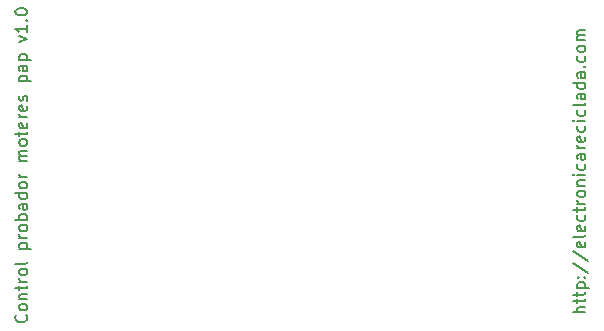
<source format=gbr>
G04 #@! TF.GenerationSoftware,KiCad,Pcbnew,(5.1.5)-3*
G04 #@! TF.CreationDate,2021-04-24T18:21:57+02:00*
G04 #@! TF.ProjectId,control-probador-motores-pap,636f6e74-726f-46c2-9d70-726f6261646f,1.0*
G04 #@! TF.SameCoordinates,Original*
G04 #@! TF.FileFunction,Other,ECO2*
%FSLAX46Y46*%
G04 Gerber Fmt 4.6, Leading zero omitted, Abs format (unit mm)*
G04 Created by KiCad (PCBNEW (5.1.5)-3) date 2021-04-24 18:21:57*
%MOMM*%
%LPD*%
G04 APERTURE LIST*
%ADD10C,0.150000*%
G04 APERTURE END LIST*
D10*
X103357142Y-98166666D02*
X103404761Y-98214285D01*
X103452380Y-98357142D01*
X103452380Y-98452380D01*
X103404761Y-98595238D01*
X103309523Y-98690476D01*
X103214285Y-98738095D01*
X103023809Y-98785714D01*
X102880952Y-98785714D01*
X102690476Y-98738095D01*
X102595238Y-98690476D01*
X102500000Y-98595238D01*
X102452380Y-98452380D01*
X102452380Y-98357142D01*
X102500000Y-98214285D01*
X102547619Y-98166666D01*
X103452380Y-97595238D02*
X103404761Y-97690476D01*
X103357142Y-97738095D01*
X103261904Y-97785714D01*
X102976190Y-97785714D01*
X102880952Y-97738095D01*
X102833333Y-97690476D01*
X102785714Y-97595238D01*
X102785714Y-97452380D01*
X102833333Y-97357142D01*
X102880952Y-97309523D01*
X102976190Y-97261904D01*
X103261904Y-97261904D01*
X103357142Y-97309523D01*
X103404761Y-97357142D01*
X103452380Y-97452380D01*
X103452380Y-97595238D01*
X102785714Y-96833333D02*
X103452380Y-96833333D01*
X102880952Y-96833333D02*
X102833333Y-96785714D01*
X102785714Y-96690476D01*
X102785714Y-96547619D01*
X102833333Y-96452380D01*
X102928571Y-96404761D01*
X103452380Y-96404761D01*
X102785714Y-96071428D02*
X102785714Y-95690476D01*
X102452380Y-95928571D02*
X103309523Y-95928571D01*
X103404761Y-95880952D01*
X103452380Y-95785714D01*
X103452380Y-95690476D01*
X103452380Y-95357142D02*
X102785714Y-95357142D01*
X102976190Y-95357142D02*
X102880952Y-95309523D01*
X102833333Y-95261904D01*
X102785714Y-95166666D01*
X102785714Y-95071428D01*
X103452380Y-94595238D02*
X103404761Y-94690476D01*
X103357142Y-94738095D01*
X103261904Y-94785714D01*
X102976190Y-94785714D01*
X102880952Y-94738095D01*
X102833333Y-94690476D01*
X102785714Y-94595238D01*
X102785714Y-94452380D01*
X102833333Y-94357142D01*
X102880952Y-94309523D01*
X102976190Y-94261904D01*
X103261904Y-94261904D01*
X103357142Y-94309523D01*
X103404761Y-94357142D01*
X103452380Y-94452380D01*
X103452380Y-94595238D01*
X103452380Y-93690476D02*
X103404761Y-93785714D01*
X103309523Y-93833333D01*
X102452380Y-93833333D01*
X102785714Y-92547619D02*
X103785714Y-92547619D01*
X102833333Y-92547619D02*
X102785714Y-92452380D01*
X102785714Y-92261904D01*
X102833333Y-92166666D01*
X102880952Y-92119047D01*
X102976190Y-92071428D01*
X103261904Y-92071428D01*
X103357142Y-92119047D01*
X103404761Y-92166666D01*
X103452380Y-92261904D01*
X103452380Y-92452380D01*
X103404761Y-92547619D01*
X103452380Y-91642857D02*
X102785714Y-91642857D01*
X102976190Y-91642857D02*
X102880952Y-91595238D01*
X102833333Y-91547619D01*
X102785714Y-91452380D01*
X102785714Y-91357142D01*
X103452380Y-90880952D02*
X103404761Y-90976190D01*
X103357142Y-91023809D01*
X103261904Y-91071428D01*
X102976190Y-91071428D01*
X102880952Y-91023809D01*
X102833333Y-90976190D01*
X102785714Y-90880952D01*
X102785714Y-90738095D01*
X102833333Y-90642857D01*
X102880952Y-90595238D01*
X102976190Y-90547619D01*
X103261904Y-90547619D01*
X103357142Y-90595238D01*
X103404761Y-90642857D01*
X103452380Y-90738095D01*
X103452380Y-90880952D01*
X103452380Y-90119047D02*
X102452380Y-90119047D01*
X102833333Y-90119047D02*
X102785714Y-90023809D01*
X102785714Y-89833333D01*
X102833333Y-89738095D01*
X102880952Y-89690476D01*
X102976190Y-89642857D01*
X103261904Y-89642857D01*
X103357142Y-89690476D01*
X103404761Y-89738095D01*
X103452380Y-89833333D01*
X103452380Y-90023809D01*
X103404761Y-90119047D01*
X103452380Y-88785714D02*
X102928571Y-88785714D01*
X102833333Y-88833333D01*
X102785714Y-88928571D01*
X102785714Y-89119047D01*
X102833333Y-89214285D01*
X103404761Y-88785714D02*
X103452380Y-88880952D01*
X103452380Y-89119047D01*
X103404761Y-89214285D01*
X103309523Y-89261904D01*
X103214285Y-89261904D01*
X103119047Y-89214285D01*
X103071428Y-89119047D01*
X103071428Y-88880952D01*
X103023809Y-88785714D01*
X103452380Y-87880952D02*
X102452380Y-87880952D01*
X103404761Y-87880952D02*
X103452380Y-87976190D01*
X103452380Y-88166666D01*
X103404761Y-88261904D01*
X103357142Y-88309523D01*
X103261904Y-88357142D01*
X102976190Y-88357142D01*
X102880952Y-88309523D01*
X102833333Y-88261904D01*
X102785714Y-88166666D01*
X102785714Y-87976190D01*
X102833333Y-87880952D01*
X103452380Y-87261904D02*
X103404761Y-87357142D01*
X103357142Y-87404761D01*
X103261904Y-87452380D01*
X102976190Y-87452380D01*
X102880952Y-87404761D01*
X102833333Y-87357142D01*
X102785714Y-87261904D01*
X102785714Y-87119047D01*
X102833333Y-87023809D01*
X102880952Y-86976190D01*
X102976190Y-86928571D01*
X103261904Y-86928571D01*
X103357142Y-86976190D01*
X103404761Y-87023809D01*
X103452380Y-87119047D01*
X103452380Y-87261904D01*
X103452380Y-86500000D02*
X102785714Y-86500000D01*
X102976190Y-86500000D02*
X102880952Y-86452380D01*
X102833333Y-86404761D01*
X102785714Y-86309523D01*
X102785714Y-86214285D01*
X103452380Y-85119047D02*
X102785714Y-85119047D01*
X102880952Y-85119047D02*
X102833333Y-85071428D01*
X102785714Y-84976190D01*
X102785714Y-84833333D01*
X102833333Y-84738095D01*
X102928571Y-84690476D01*
X103452380Y-84690476D01*
X102928571Y-84690476D02*
X102833333Y-84642857D01*
X102785714Y-84547619D01*
X102785714Y-84404761D01*
X102833333Y-84309523D01*
X102928571Y-84261904D01*
X103452380Y-84261904D01*
X103452380Y-83642857D02*
X103404761Y-83738095D01*
X103357142Y-83785714D01*
X103261904Y-83833333D01*
X102976190Y-83833333D01*
X102880952Y-83785714D01*
X102833333Y-83738095D01*
X102785714Y-83642857D01*
X102785714Y-83500000D01*
X102833333Y-83404761D01*
X102880952Y-83357142D01*
X102976190Y-83309523D01*
X103261904Y-83309523D01*
X103357142Y-83357142D01*
X103404761Y-83404761D01*
X103452380Y-83500000D01*
X103452380Y-83642857D01*
X102785714Y-83023809D02*
X102785714Y-82642857D01*
X102452380Y-82880952D02*
X103309523Y-82880952D01*
X103404761Y-82833333D01*
X103452380Y-82738095D01*
X103452380Y-82642857D01*
X103404761Y-81928571D02*
X103452380Y-82023809D01*
X103452380Y-82214285D01*
X103404761Y-82309523D01*
X103309523Y-82357142D01*
X102928571Y-82357142D01*
X102833333Y-82309523D01*
X102785714Y-82214285D01*
X102785714Y-82023809D01*
X102833333Y-81928571D01*
X102928571Y-81880952D01*
X103023809Y-81880952D01*
X103119047Y-82357142D01*
X103452380Y-81452380D02*
X102785714Y-81452380D01*
X102976190Y-81452380D02*
X102880952Y-81404761D01*
X102833333Y-81357142D01*
X102785714Y-81261904D01*
X102785714Y-81166666D01*
X103404761Y-80452380D02*
X103452380Y-80547619D01*
X103452380Y-80738095D01*
X103404761Y-80833333D01*
X103309523Y-80880952D01*
X102928571Y-80880952D01*
X102833333Y-80833333D01*
X102785714Y-80738095D01*
X102785714Y-80547619D01*
X102833333Y-80452380D01*
X102928571Y-80404761D01*
X103023809Y-80404761D01*
X103119047Y-80880952D01*
X103404761Y-80023809D02*
X103452380Y-79928571D01*
X103452380Y-79738095D01*
X103404761Y-79642857D01*
X103309523Y-79595238D01*
X103261904Y-79595238D01*
X103166666Y-79642857D01*
X103119047Y-79738095D01*
X103119047Y-79880952D01*
X103071428Y-79976190D01*
X102976190Y-80023809D01*
X102928571Y-80023809D01*
X102833333Y-79976190D01*
X102785714Y-79880952D01*
X102785714Y-79738095D01*
X102833333Y-79642857D01*
X102785714Y-78404761D02*
X103785714Y-78404761D01*
X102833333Y-78404761D02*
X102785714Y-78309523D01*
X102785714Y-78119047D01*
X102833333Y-78023809D01*
X102880952Y-77976190D01*
X102976190Y-77928571D01*
X103261904Y-77928571D01*
X103357142Y-77976190D01*
X103404761Y-78023809D01*
X103452380Y-78119047D01*
X103452380Y-78309523D01*
X103404761Y-78404761D01*
X103452380Y-77071428D02*
X102928571Y-77071428D01*
X102833333Y-77119047D01*
X102785714Y-77214285D01*
X102785714Y-77404761D01*
X102833333Y-77500000D01*
X103404761Y-77071428D02*
X103452380Y-77166666D01*
X103452380Y-77404761D01*
X103404761Y-77500000D01*
X103309523Y-77547619D01*
X103214285Y-77547619D01*
X103119047Y-77500000D01*
X103071428Y-77404761D01*
X103071428Y-77166666D01*
X103023809Y-77071428D01*
X102785714Y-76595238D02*
X103785714Y-76595238D01*
X102833333Y-76595238D02*
X102785714Y-76500000D01*
X102785714Y-76309523D01*
X102833333Y-76214285D01*
X102880952Y-76166666D01*
X102976190Y-76119047D01*
X103261904Y-76119047D01*
X103357142Y-76166666D01*
X103404761Y-76214285D01*
X103452380Y-76309523D01*
X103452380Y-76500000D01*
X103404761Y-76595238D01*
X102785714Y-75023809D02*
X103452380Y-74785714D01*
X102785714Y-74547619D01*
X103452380Y-73642857D02*
X103452380Y-74214285D01*
X103452380Y-73928571D02*
X102452380Y-73928571D01*
X102595238Y-74023809D01*
X102690476Y-74119047D01*
X102738095Y-74214285D01*
X103357142Y-73214285D02*
X103404761Y-73166666D01*
X103452380Y-73214285D01*
X103404761Y-73261904D01*
X103357142Y-73214285D01*
X103452380Y-73214285D01*
X102452380Y-72547619D02*
X102452380Y-72452380D01*
X102500000Y-72357142D01*
X102547619Y-72309523D01*
X102642857Y-72261904D01*
X102833333Y-72214285D01*
X103071428Y-72214285D01*
X103261904Y-72261904D01*
X103357142Y-72309523D01*
X103404761Y-72357142D01*
X103452380Y-72452380D01*
X103452380Y-72547619D01*
X103404761Y-72642857D01*
X103357142Y-72690476D01*
X103261904Y-72738095D01*
X103071428Y-72785714D01*
X102833333Y-72785714D01*
X102642857Y-72738095D01*
X102547619Y-72690476D01*
X102500000Y-72642857D01*
X102452380Y-72547619D01*
X150702380Y-97928571D02*
X149702380Y-97928571D01*
X150702380Y-97500000D02*
X150178571Y-97500000D01*
X150083333Y-97547619D01*
X150035714Y-97642857D01*
X150035714Y-97785714D01*
X150083333Y-97880952D01*
X150130952Y-97928571D01*
X150035714Y-97166666D02*
X150035714Y-96785714D01*
X149702380Y-97023809D02*
X150559523Y-97023809D01*
X150654761Y-96976190D01*
X150702380Y-96880952D01*
X150702380Y-96785714D01*
X150035714Y-96595238D02*
X150035714Y-96214285D01*
X149702380Y-96452380D02*
X150559523Y-96452380D01*
X150654761Y-96404761D01*
X150702380Y-96309523D01*
X150702380Y-96214285D01*
X150035714Y-95880952D02*
X151035714Y-95880952D01*
X150083333Y-95880952D02*
X150035714Y-95785714D01*
X150035714Y-95595238D01*
X150083333Y-95500000D01*
X150130952Y-95452380D01*
X150226190Y-95404761D01*
X150511904Y-95404761D01*
X150607142Y-95452380D01*
X150654761Y-95500000D01*
X150702380Y-95595238D01*
X150702380Y-95785714D01*
X150654761Y-95880952D01*
X150607142Y-94976190D02*
X150654761Y-94928571D01*
X150702380Y-94976190D01*
X150654761Y-95023809D01*
X150607142Y-94976190D01*
X150702380Y-94976190D01*
X150083333Y-94976190D02*
X150130952Y-94928571D01*
X150178571Y-94976190D01*
X150130952Y-95023809D01*
X150083333Y-94976190D01*
X150178571Y-94976190D01*
X149654761Y-93785714D02*
X150940476Y-94642857D01*
X149654761Y-92738095D02*
X150940476Y-93595238D01*
X150654761Y-92023809D02*
X150702380Y-92119047D01*
X150702380Y-92309523D01*
X150654761Y-92404761D01*
X150559523Y-92452380D01*
X150178571Y-92452380D01*
X150083333Y-92404761D01*
X150035714Y-92309523D01*
X150035714Y-92119047D01*
X150083333Y-92023809D01*
X150178571Y-91976190D01*
X150273809Y-91976190D01*
X150369047Y-92452380D01*
X150702380Y-91404761D02*
X150654761Y-91500000D01*
X150559523Y-91547619D01*
X149702380Y-91547619D01*
X150654761Y-90642857D02*
X150702380Y-90738095D01*
X150702380Y-90928571D01*
X150654761Y-91023809D01*
X150559523Y-91071428D01*
X150178571Y-91071428D01*
X150083333Y-91023809D01*
X150035714Y-90928571D01*
X150035714Y-90738095D01*
X150083333Y-90642857D01*
X150178571Y-90595238D01*
X150273809Y-90595238D01*
X150369047Y-91071428D01*
X150654761Y-89738095D02*
X150702380Y-89833333D01*
X150702380Y-90023809D01*
X150654761Y-90119047D01*
X150607142Y-90166666D01*
X150511904Y-90214285D01*
X150226190Y-90214285D01*
X150130952Y-90166666D01*
X150083333Y-90119047D01*
X150035714Y-90023809D01*
X150035714Y-89833333D01*
X150083333Y-89738095D01*
X150035714Y-89452380D02*
X150035714Y-89071428D01*
X149702380Y-89309523D02*
X150559523Y-89309523D01*
X150654761Y-89261904D01*
X150702380Y-89166666D01*
X150702380Y-89071428D01*
X150702380Y-88738095D02*
X150035714Y-88738095D01*
X150226190Y-88738095D02*
X150130952Y-88690476D01*
X150083333Y-88642857D01*
X150035714Y-88547619D01*
X150035714Y-88452380D01*
X150702380Y-87976190D02*
X150654761Y-88071428D01*
X150607142Y-88119047D01*
X150511904Y-88166666D01*
X150226190Y-88166666D01*
X150130952Y-88119047D01*
X150083333Y-88071428D01*
X150035714Y-87976190D01*
X150035714Y-87833333D01*
X150083333Y-87738095D01*
X150130952Y-87690476D01*
X150226190Y-87642857D01*
X150511904Y-87642857D01*
X150607142Y-87690476D01*
X150654761Y-87738095D01*
X150702380Y-87833333D01*
X150702380Y-87976190D01*
X150035714Y-87214285D02*
X150702380Y-87214285D01*
X150130952Y-87214285D02*
X150083333Y-87166666D01*
X150035714Y-87071428D01*
X150035714Y-86928571D01*
X150083333Y-86833333D01*
X150178571Y-86785714D01*
X150702380Y-86785714D01*
X150702380Y-86309523D02*
X150035714Y-86309523D01*
X149702380Y-86309523D02*
X149750000Y-86357142D01*
X149797619Y-86309523D01*
X149750000Y-86261904D01*
X149702380Y-86309523D01*
X149797619Y-86309523D01*
X150654761Y-85404761D02*
X150702380Y-85500000D01*
X150702380Y-85690476D01*
X150654761Y-85785714D01*
X150607142Y-85833333D01*
X150511904Y-85880952D01*
X150226190Y-85880952D01*
X150130952Y-85833333D01*
X150083333Y-85785714D01*
X150035714Y-85690476D01*
X150035714Y-85500000D01*
X150083333Y-85404761D01*
X150702380Y-84547619D02*
X150178571Y-84547619D01*
X150083333Y-84595238D01*
X150035714Y-84690476D01*
X150035714Y-84880952D01*
X150083333Y-84976190D01*
X150654761Y-84547619D02*
X150702380Y-84642857D01*
X150702380Y-84880952D01*
X150654761Y-84976190D01*
X150559523Y-85023809D01*
X150464285Y-85023809D01*
X150369047Y-84976190D01*
X150321428Y-84880952D01*
X150321428Y-84642857D01*
X150273809Y-84547619D01*
X150702380Y-84071428D02*
X150035714Y-84071428D01*
X150226190Y-84071428D02*
X150130952Y-84023809D01*
X150083333Y-83976190D01*
X150035714Y-83880952D01*
X150035714Y-83785714D01*
X150654761Y-83071428D02*
X150702380Y-83166666D01*
X150702380Y-83357142D01*
X150654761Y-83452380D01*
X150559523Y-83500000D01*
X150178571Y-83500000D01*
X150083333Y-83452380D01*
X150035714Y-83357142D01*
X150035714Y-83166666D01*
X150083333Y-83071428D01*
X150178571Y-83023809D01*
X150273809Y-83023809D01*
X150369047Y-83500000D01*
X150654761Y-82166666D02*
X150702380Y-82261904D01*
X150702380Y-82452380D01*
X150654761Y-82547619D01*
X150607142Y-82595238D01*
X150511904Y-82642857D01*
X150226190Y-82642857D01*
X150130952Y-82595238D01*
X150083333Y-82547619D01*
X150035714Y-82452380D01*
X150035714Y-82261904D01*
X150083333Y-82166666D01*
X150702380Y-81738095D02*
X150035714Y-81738095D01*
X149702380Y-81738095D02*
X149750000Y-81785714D01*
X149797619Y-81738095D01*
X149750000Y-81690476D01*
X149702380Y-81738095D01*
X149797619Y-81738095D01*
X150654761Y-80833333D02*
X150702380Y-80928571D01*
X150702380Y-81119047D01*
X150654761Y-81214285D01*
X150607142Y-81261904D01*
X150511904Y-81309523D01*
X150226190Y-81309523D01*
X150130952Y-81261904D01*
X150083333Y-81214285D01*
X150035714Y-81119047D01*
X150035714Y-80928571D01*
X150083333Y-80833333D01*
X150702380Y-80261904D02*
X150654761Y-80357142D01*
X150559523Y-80404761D01*
X149702380Y-80404761D01*
X150702380Y-79452380D02*
X150178571Y-79452380D01*
X150083333Y-79500000D01*
X150035714Y-79595238D01*
X150035714Y-79785714D01*
X150083333Y-79880952D01*
X150654761Y-79452380D02*
X150702380Y-79547619D01*
X150702380Y-79785714D01*
X150654761Y-79880952D01*
X150559523Y-79928571D01*
X150464285Y-79928571D01*
X150369047Y-79880952D01*
X150321428Y-79785714D01*
X150321428Y-79547619D01*
X150273809Y-79452380D01*
X150702380Y-78547619D02*
X149702380Y-78547619D01*
X150654761Y-78547619D02*
X150702380Y-78642857D01*
X150702380Y-78833333D01*
X150654761Y-78928571D01*
X150607142Y-78976190D01*
X150511904Y-79023809D01*
X150226190Y-79023809D01*
X150130952Y-78976190D01*
X150083333Y-78928571D01*
X150035714Y-78833333D01*
X150035714Y-78642857D01*
X150083333Y-78547619D01*
X150702380Y-77642857D02*
X150178571Y-77642857D01*
X150083333Y-77690476D01*
X150035714Y-77785714D01*
X150035714Y-77976190D01*
X150083333Y-78071428D01*
X150654761Y-77642857D02*
X150702380Y-77738095D01*
X150702380Y-77976190D01*
X150654761Y-78071428D01*
X150559523Y-78119047D01*
X150464285Y-78119047D01*
X150369047Y-78071428D01*
X150321428Y-77976190D01*
X150321428Y-77738095D01*
X150273809Y-77642857D01*
X150607142Y-77166666D02*
X150654761Y-77119047D01*
X150702380Y-77166666D01*
X150654761Y-77214285D01*
X150607142Y-77166666D01*
X150702380Y-77166666D01*
X150654761Y-76261904D02*
X150702380Y-76357142D01*
X150702380Y-76547619D01*
X150654761Y-76642857D01*
X150607142Y-76690476D01*
X150511904Y-76738095D01*
X150226190Y-76738095D01*
X150130952Y-76690476D01*
X150083333Y-76642857D01*
X150035714Y-76547619D01*
X150035714Y-76357142D01*
X150083333Y-76261904D01*
X150702380Y-75690476D02*
X150654761Y-75785714D01*
X150607142Y-75833333D01*
X150511904Y-75880952D01*
X150226190Y-75880952D01*
X150130952Y-75833333D01*
X150083333Y-75785714D01*
X150035714Y-75690476D01*
X150035714Y-75547619D01*
X150083333Y-75452380D01*
X150130952Y-75404761D01*
X150226190Y-75357142D01*
X150511904Y-75357142D01*
X150607142Y-75404761D01*
X150654761Y-75452380D01*
X150702380Y-75547619D01*
X150702380Y-75690476D01*
X150702380Y-74928571D02*
X150035714Y-74928571D01*
X150130952Y-74928571D02*
X150083333Y-74880952D01*
X150035714Y-74785714D01*
X150035714Y-74642857D01*
X150083333Y-74547619D01*
X150178571Y-74500000D01*
X150702380Y-74500000D01*
X150178571Y-74500000D02*
X150083333Y-74452380D01*
X150035714Y-74357142D01*
X150035714Y-74214285D01*
X150083333Y-74119047D01*
X150178571Y-74071428D01*
X150702380Y-74071428D01*
M02*

</source>
